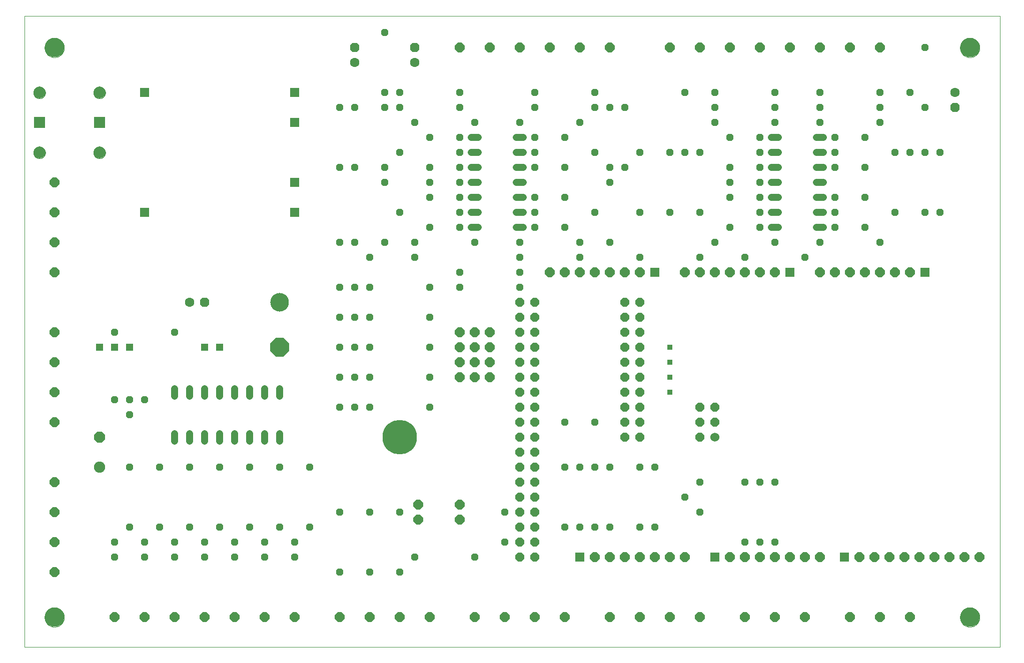
<source format=gbr>
G75*
%MOIN*%
%OFA0B0*%
%FSLAX25Y25*%
%IPPOS*%
%LPD*%
%AMOC8*
5,1,8,0,0,1.08239X$1,22.5*
%
%ADD10C,0.00000*%
%ADD11C,0.06000*%
%ADD12OC8,0.06000*%
%ADD13R,0.06496X0.06496*%
%ADD14OC8,0.06496*%
%ADD15C,0.12992*%
%ADD16C,0.04800*%
%ADD17OC8,0.06300*%
%ADD18C,0.06300*%
%ADD19OC8,0.04800*%
%ADD20R,0.05906X0.05906*%
%ADD21OC8,0.12400*%
%ADD22C,0.12400*%
%ADD23R,0.04724X0.04724*%
%ADD24C,0.07500*%
%ADD25OC8,0.07500*%
%ADD26C,0.07874*%
%ADD27R,0.07677X0.07677*%
%ADD28C,0.23000*%
%ADD29R,0.03543X0.03543*%
D10*
X0001000Y0001000D02*
X0001000Y0422201D01*
X0650921Y0422201D01*
X0650921Y0001000D01*
X0001000Y0001000D01*
X0014504Y0021000D02*
X0014506Y0021161D01*
X0014512Y0021321D01*
X0014522Y0021482D01*
X0014536Y0021642D01*
X0014554Y0021801D01*
X0014575Y0021961D01*
X0014601Y0022119D01*
X0014631Y0022277D01*
X0014664Y0022434D01*
X0014702Y0022591D01*
X0014743Y0022746D01*
X0014788Y0022900D01*
X0014837Y0023053D01*
X0014890Y0023205D01*
X0014946Y0023355D01*
X0015006Y0023504D01*
X0015070Y0023652D01*
X0015137Y0023798D01*
X0015208Y0023942D01*
X0015283Y0024084D01*
X0015361Y0024225D01*
X0015442Y0024363D01*
X0015527Y0024500D01*
X0015616Y0024634D01*
X0015707Y0024766D01*
X0015802Y0024896D01*
X0015900Y0025023D01*
X0016001Y0025148D01*
X0016105Y0025271D01*
X0016212Y0025390D01*
X0016322Y0025507D01*
X0016435Y0025622D01*
X0016551Y0025733D01*
X0016669Y0025842D01*
X0016790Y0025947D01*
X0016914Y0026050D01*
X0017040Y0026150D01*
X0017169Y0026246D01*
X0017300Y0026339D01*
X0017433Y0026429D01*
X0017568Y0026516D01*
X0017706Y0026599D01*
X0017845Y0026678D01*
X0017987Y0026755D01*
X0018130Y0026828D01*
X0018275Y0026897D01*
X0018422Y0026962D01*
X0018570Y0027024D01*
X0018720Y0027083D01*
X0018871Y0027137D01*
X0019023Y0027188D01*
X0019177Y0027235D01*
X0019332Y0027278D01*
X0019487Y0027317D01*
X0019644Y0027353D01*
X0019802Y0027385D01*
X0019960Y0027412D01*
X0020119Y0027436D01*
X0020278Y0027456D01*
X0020438Y0027472D01*
X0020599Y0027484D01*
X0020759Y0027492D01*
X0020920Y0027496D01*
X0021080Y0027496D01*
X0021241Y0027492D01*
X0021401Y0027484D01*
X0021562Y0027472D01*
X0021722Y0027456D01*
X0021881Y0027436D01*
X0022040Y0027412D01*
X0022198Y0027385D01*
X0022356Y0027353D01*
X0022513Y0027317D01*
X0022668Y0027278D01*
X0022823Y0027235D01*
X0022977Y0027188D01*
X0023129Y0027137D01*
X0023280Y0027083D01*
X0023430Y0027024D01*
X0023578Y0026962D01*
X0023725Y0026897D01*
X0023870Y0026828D01*
X0024013Y0026755D01*
X0024155Y0026678D01*
X0024294Y0026599D01*
X0024432Y0026516D01*
X0024567Y0026429D01*
X0024700Y0026339D01*
X0024831Y0026246D01*
X0024960Y0026150D01*
X0025086Y0026050D01*
X0025210Y0025947D01*
X0025331Y0025842D01*
X0025449Y0025733D01*
X0025565Y0025622D01*
X0025678Y0025507D01*
X0025788Y0025390D01*
X0025895Y0025271D01*
X0025999Y0025148D01*
X0026100Y0025023D01*
X0026198Y0024896D01*
X0026293Y0024766D01*
X0026384Y0024634D01*
X0026473Y0024500D01*
X0026558Y0024363D01*
X0026639Y0024225D01*
X0026717Y0024084D01*
X0026792Y0023942D01*
X0026863Y0023798D01*
X0026930Y0023652D01*
X0026994Y0023504D01*
X0027054Y0023355D01*
X0027110Y0023205D01*
X0027163Y0023053D01*
X0027212Y0022900D01*
X0027257Y0022746D01*
X0027298Y0022591D01*
X0027336Y0022434D01*
X0027369Y0022277D01*
X0027399Y0022119D01*
X0027425Y0021961D01*
X0027446Y0021801D01*
X0027464Y0021642D01*
X0027478Y0021482D01*
X0027488Y0021321D01*
X0027494Y0021161D01*
X0027496Y0021000D01*
X0027494Y0020839D01*
X0027488Y0020679D01*
X0027478Y0020518D01*
X0027464Y0020358D01*
X0027446Y0020199D01*
X0027425Y0020039D01*
X0027399Y0019881D01*
X0027369Y0019723D01*
X0027336Y0019566D01*
X0027298Y0019409D01*
X0027257Y0019254D01*
X0027212Y0019100D01*
X0027163Y0018947D01*
X0027110Y0018795D01*
X0027054Y0018645D01*
X0026994Y0018496D01*
X0026930Y0018348D01*
X0026863Y0018202D01*
X0026792Y0018058D01*
X0026717Y0017916D01*
X0026639Y0017775D01*
X0026558Y0017637D01*
X0026473Y0017500D01*
X0026384Y0017366D01*
X0026293Y0017234D01*
X0026198Y0017104D01*
X0026100Y0016977D01*
X0025999Y0016852D01*
X0025895Y0016729D01*
X0025788Y0016610D01*
X0025678Y0016493D01*
X0025565Y0016378D01*
X0025449Y0016267D01*
X0025331Y0016158D01*
X0025210Y0016053D01*
X0025086Y0015950D01*
X0024960Y0015850D01*
X0024831Y0015754D01*
X0024700Y0015661D01*
X0024567Y0015571D01*
X0024432Y0015484D01*
X0024294Y0015401D01*
X0024155Y0015322D01*
X0024013Y0015245D01*
X0023870Y0015172D01*
X0023725Y0015103D01*
X0023578Y0015038D01*
X0023430Y0014976D01*
X0023280Y0014917D01*
X0023129Y0014863D01*
X0022977Y0014812D01*
X0022823Y0014765D01*
X0022668Y0014722D01*
X0022513Y0014683D01*
X0022356Y0014647D01*
X0022198Y0014615D01*
X0022040Y0014588D01*
X0021881Y0014564D01*
X0021722Y0014544D01*
X0021562Y0014528D01*
X0021401Y0014516D01*
X0021241Y0014508D01*
X0021080Y0014504D01*
X0020920Y0014504D01*
X0020759Y0014508D01*
X0020599Y0014516D01*
X0020438Y0014528D01*
X0020278Y0014544D01*
X0020119Y0014564D01*
X0019960Y0014588D01*
X0019802Y0014615D01*
X0019644Y0014647D01*
X0019487Y0014683D01*
X0019332Y0014722D01*
X0019177Y0014765D01*
X0019023Y0014812D01*
X0018871Y0014863D01*
X0018720Y0014917D01*
X0018570Y0014976D01*
X0018422Y0015038D01*
X0018275Y0015103D01*
X0018130Y0015172D01*
X0017987Y0015245D01*
X0017845Y0015322D01*
X0017706Y0015401D01*
X0017568Y0015484D01*
X0017433Y0015571D01*
X0017300Y0015661D01*
X0017169Y0015754D01*
X0017040Y0015850D01*
X0016914Y0015950D01*
X0016790Y0016053D01*
X0016669Y0016158D01*
X0016551Y0016267D01*
X0016435Y0016378D01*
X0016322Y0016493D01*
X0016212Y0016610D01*
X0016105Y0016729D01*
X0016001Y0016852D01*
X0015900Y0016977D01*
X0015802Y0017104D01*
X0015707Y0017234D01*
X0015616Y0017366D01*
X0015527Y0017500D01*
X0015442Y0017637D01*
X0015361Y0017775D01*
X0015283Y0017916D01*
X0015208Y0018058D01*
X0015137Y0018202D01*
X0015070Y0018348D01*
X0015006Y0018496D01*
X0014946Y0018645D01*
X0014890Y0018795D01*
X0014837Y0018947D01*
X0014788Y0019100D01*
X0014743Y0019254D01*
X0014702Y0019409D01*
X0014664Y0019566D01*
X0014631Y0019723D01*
X0014601Y0019881D01*
X0014575Y0020039D01*
X0014554Y0020199D01*
X0014536Y0020358D01*
X0014522Y0020518D01*
X0014512Y0020679D01*
X0014506Y0020839D01*
X0014504Y0021000D01*
X0007063Y0331000D02*
X0007065Y0331125D01*
X0007071Y0331250D01*
X0007081Y0331374D01*
X0007095Y0331498D01*
X0007112Y0331622D01*
X0007134Y0331745D01*
X0007160Y0331867D01*
X0007189Y0331989D01*
X0007222Y0332109D01*
X0007260Y0332228D01*
X0007300Y0332347D01*
X0007345Y0332463D01*
X0007393Y0332578D01*
X0007445Y0332692D01*
X0007501Y0332804D01*
X0007560Y0332914D01*
X0007622Y0333022D01*
X0007688Y0333129D01*
X0007757Y0333233D01*
X0007830Y0333334D01*
X0007905Y0333434D01*
X0007984Y0333531D01*
X0008066Y0333625D01*
X0008151Y0333717D01*
X0008238Y0333806D01*
X0008329Y0333892D01*
X0008422Y0333975D01*
X0008518Y0334056D01*
X0008616Y0334133D01*
X0008716Y0334207D01*
X0008819Y0334278D01*
X0008924Y0334345D01*
X0009032Y0334410D01*
X0009141Y0334470D01*
X0009252Y0334528D01*
X0009365Y0334581D01*
X0009479Y0334631D01*
X0009595Y0334678D01*
X0009712Y0334720D01*
X0009831Y0334759D01*
X0009951Y0334795D01*
X0010072Y0334826D01*
X0010194Y0334854D01*
X0010316Y0334877D01*
X0010440Y0334897D01*
X0010564Y0334913D01*
X0010688Y0334925D01*
X0010813Y0334933D01*
X0010938Y0334937D01*
X0011062Y0334937D01*
X0011187Y0334933D01*
X0011312Y0334925D01*
X0011436Y0334913D01*
X0011560Y0334897D01*
X0011684Y0334877D01*
X0011806Y0334854D01*
X0011928Y0334826D01*
X0012049Y0334795D01*
X0012169Y0334759D01*
X0012288Y0334720D01*
X0012405Y0334678D01*
X0012521Y0334631D01*
X0012635Y0334581D01*
X0012748Y0334528D01*
X0012859Y0334470D01*
X0012969Y0334410D01*
X0013076Y0334345D01*
X0013181Y0334278D01*
X0013284Y0334207D01*
X0013384Y0334133D01*
X0013482Y0334056D01*
X0013578Y0333975D01*
X0013671Y0333892D01*
X0013762Y0333806D01*
X0013849Y0333717D01*
X0013934Y0333625D01*
X0014016Y0333531D01*
X0014095Y0333434D01*
X0014170Y0333334D01*
X0014243Y0333233D01*
X0014312Y0333129D01*
X0014378Y0333022D01*
X0014440Y0332914D01*
X0014499Y0332804D01*
X0014555Y0332692D01*
X0014607Y0332578D01*
X0014655Y0332463D01*
X0014700Y0332347D01*
X0014740Y0332228D01*
X0014778Y0332109D01*
X0014811Y0331989D01*
X0014840Y0331867D01*
X0014866Y0331745D01*
X0014888Y0331622D01*
X0014905Y0331498D01*
X0014919Y0331374D01*
X0014929Y0331250D01*
X0014935Y0331125D01*
X0014937Y0331000D01*
X0014935Y0330875D01*
X0014929Y0330750D01*
X0014919Y0330626D01*
X0014905Y0330502D01*
X0014888Y0330378D01*
X0014866Y0330255D01*
X0014840Y0330133D01*
X0014811Y0330011D01*
X0014778Y0329891D01*
X0014740Y0329772D01*
X0014700Y0329653D01*
X0014655Y0329537D01*
X0014607Y0329422D01*
X0014555Y0329308D01*
X0014499Y0329196D01*
X0014440Y0329086D01*
X0014378Y0328978D01*
X0014312Y0328871D01*
X0014243Y0328767D01*
X0014170Y0328666D01*
X0014095Y0328566D01*
X0014016Y0328469D01*
X0013934Y0328375D01*
X0013849Y0328283D01*
X0013762Y0328194D01*
X0013671Y0328108D01*
X0013578Y0328025D01*
X0013482Y0327944D01*
X0013384Y0327867D01*
X0013284Y0327793D01*
X0013181Y0327722D01*
X0013076Y0327655D01*
X0012968Y0327590D01*
X0012859Y0327530D01*
X0012748Y0327472D01*
X0012635Y0327419D01*
X0012521Y0327369D01*
X0012405Y0327322D01*
X0012288Y0327280D01*
X0012169Y0327241D01*
X0012049Y0327205D01*
X0011928Y0327174D01*
X0011806Y0327146D01*
X0011684Y0327123D01*
X0011560Y0327103D01*
X0011436Y0327087D01*
X0011312Y0327075D01*
X0011187Y0327067D01*
X0011062Y0327063D01*
X0010938Y0327063D01*
X0010813Y0327067D01*
X0010688Y0327075D01*
X0010564Y0327087D01*
X0010440Y0327103D01*
X0010316Y0327123D01*
X0010194Y0327146D01*
X0010072Y0327174D01*
X0009951Y0327205D01*
X0009831Y0327241D01*
X0009712Y0327280D01*
X0009595Y0327322D01*
X0009479Y0327369D01*
X0009365Y0327419D01*
X0009252Y0327472D01*
X0009141Y0327530D01*
X0009031Y0327590D01*
X0008924Y0327655D01*
X0008819Y0327722D01*
X0008716Y0327793D01*
X0008616Y0327867D01*
X0008518Y0327944D01*
X0008422Y0328025D01*
X0008329Y0328108D01*
X0008238Y0328194D01*
X0008151Y0328283D01*
X0008066Y0328375D01*
X0007984Y0328469D01*
X0007905Y0328566D01*
X0007830Y0328666D01*
X0007757Y0328767D01*
X0007688Y0328871D01*
X0007622Y0328978D01*
X0007560Y0329086D01*
X0007501Y0329196D01*
X0007445Y0329308D01*
X0007393Y0329422D01*
X0007345Y0329537D01*
X0007300Y0329653D01*
X0007260Y0329772D01*
X0007222Y0329891D01*
X0007189Y0330011D01*
X0007160Y0330133D01*
X0007134Y0330255D01*
X0007112Y0330378D01*
X0007095Y0330502D01*
X0007081Y0330626D01*
X0007071Y0330750D01*
X0007065Y0330875D01*
X0007063Y0331000D01*
X0047063Y0331000D02*
X0047065Y0331125D01*
X0047071Y0331250D01*
X0047081Y0331374D01*
X0047095Y0331498D01*
X0047112Y0331622D01*
X0047134Y0331745D01*
X0047160Y0331867D01*
X0047189Y0331989D01*
X0047222Y0332109D01*
X0047260Y0332228D01*
X0047300Y0332347D01*
X0047345Y0332463D01*
X0047393Y0332578D01*
X0047445Y0332692D01*
X0047501Y0332804D01*
X0047560Y0332914D01*
X0047622Y0333022D01*
X0047688Y0333129D01*
X0047757Y0333233D01*
X0047830Y0333334D01*
X0047905Y0333434D01*
X0047984Y0333531D01*
X0048066Y0333625D01*
X0048151Y0333717D01*
X0048238Y0333806D01*
X0048329Y0333892D01*
X0048422Y0333975D01*
X0048518Y0334056D01*
X0048616Y0334133D01*
X0048716Y0334207D01*
X0048819Y0334278D01*
X0048924Y0334345D01*
X0049032Y0334410D01*
X0049141Y0334470D01*
X0049252Y0334528D01*
X0049365Y0334581D01*
X0049479Y0334631D01*
X0049595Y0334678D01*
X0049712Y0334720D01*
X0049831Y0334759D01*
X0049951Y0334795D01*
X0050072Y0334826D01*
X0050194Y0334854D01*
X0050316Y0334877D01*
X0050440Y0334897D01*
X0050564Y0334913D01*
X0050688Y0334925D01*
X0050813Y0334933D01*
X0050938Y0334937D01*
X0051062Y0334937D01*
X0051187Y0334933D01*
X0051312Y0334925D01*
X0051436Y0334913D01*
X0051560Y0334897D01*
X0051684Y0334877D01*
X0051806Y0334854D01*
X0051928Y0334826D01*
X0052049Y0334795D01*
X0052169Y0334759D01*
X0052288Y0334720D01*
X0052405Y0334678D01*
X0052521Y0334631D01*
X0052635Y0334581D01*
X0052748Y0334528D01*
X0052859Y0334470D01*
X0052969Y0334410D01*
X0053076Y0334345D01*
X0053181Y0334278D01*
X0053284Y0334207D01*
X0053384Y0334133D01*
X0053482Y0334056D01*
X0053578Y0333975D01*
X0053671Y0333892D01*
X0053762Y0333806D01*
X0053849Y0333717D01*
X0053934Y0333625D01*
X0054016Y0333531D01*
X0054095Y0333434D01*
X0054170Y0333334D01*
X0054243Y0333233D01*
X0054312Y0333129D01*
X0054378Y0333022D01*
X0054440Y0332914D01*
X0054499Y0332804D01*
X0054555Y0332692D01*
X0054607Y0332578D01*
X0054655Y0332463D01*
X0054700Y0332347D01*
X0054740Y0332228D01*
X0054778Y0332109D01*
X0054811Y0331989D01*
X0054840Y0331867D01*
X0054866Y0331745D01*
X0054888Y0331622D01*
X0054905Y0331498D01*
X0054919Y0331374D01*
X0054929Y0331250D01*
X0054935Y0331125D01*
X0054937Y0331000D01*
X0054935Y0330875D01*
X0054929Y0330750D01*
X0054919Y0330626D01*
X0054905Y0330502D01*
X0054888Y0330378D01*
X0054866Y0330255D01*
X0054840Y0330133D01*
X0054811Y0330011D01*
X0054778Y0329891D01*
X0054740Y0329772D01*
X0054700Y0329653D01*
X0054655Y0329537D01*
X0054607Y0329422D01*
X0054555Y0329308D01*
X0054499Y0329196D01*
X0054440Y0329086D01*
X0054378Y0328978D01*
X0054312Y0328871D01*
X0054243Y0328767D01*
X0054170Y0328666D01*
X0054095Y0328566D01*
X0054016Y0328469D01*
X0053934Y0328375D01*
X0053849Y0328283D01*
X0053762Y0328194D01*
X0053671Y0328108D01*
X0053578Y0328025D01*
X0053482Y0327944D01*
X0053384Y0327867D01*
X0053284Y0327793D01*
X0053181Y0327722D01*
X0053076Y0327655D01*
X0052968Y0327590D01*
X0052859Y0327530D01*
X0052748Y0327472D01*
X0052635Y0327419D01*
X0052521Y0327369D01*
X0052405Y0327322D01*
X0052288Y0327280D01*
X0052169Y0327241D01*
X0052049Y0327205D01*
X0051928Y0327174D01*
X0051806Y0327146D01*
X0051684Y0327123D01*
X0051560Y0327103D01*
X0051436Y0327087D01*
X0051312Y0327075D01*
X0051187Y0327067D01*
X0051062Y0327063D01*
X0050938Y0327063D01*
X0050813Y0327067D01*
X0050688Y0327075D01*
X0050564Y0327087D01*
X0050440Y0327103D01*
X0050316Y0327123D01*
X0050194Y0327146D01*
X0050072Y0327174D01*
X0049951Y0327205D01*
X0049831Y0327241D01*
X0049712Y0327280D01*
X0049595Y0327322D01*
X0049479Y0327369D01*
X0049365Y0327419D01*
X0049252Y0327472D01*
X0049141Y0327530D01*
X0049031Y0327590D01*
X0048924Y0327655D01*
X0048819Y0327722D01*
X0048716Y0327793D01*
X0048616Y0327867D01*
X0048518Y0327944D01*
X0048422Y0328025D01*
X0048329Y0328108D01*
X0048238Y0328194D01*
X0048151Y0328283D01*
X0048066Y0328375D01*
X0047984Y0328469D01*
X0047905Y0328566D01*
X0047830Y0328666D01*
X0047757Y0328767D01*
X0047688Y0328871D01*
X0047622Y0328978D01*
X0047560Y0329086D01*
X0047501Y0329196D01*
X0047445Y0329308D01*
X0047393Y0329422D01*
X0047345Y0329537D01*
X0047300Y0329653D01*
X0047260Y0329772D01*
X0047222Y0329891D01*
X0047189Y0330011D01*
X0047160Y0330133D01*
X0047134Y0330255D01*
X0047112Y0330378D01*
X0047095Y0330502D01*
X0047081Y0330626D01*
X0047071Y0330750D01*
X0047065Y0330875D01*
X0047063Y0331000D01*
X0047063Y0371000D02*
X0047065Y0371125D01*
X0047071Y0371250D01*
X0047081Y0371374D01*
X0047095Y0371498D01*
X0047112Y0371622D01*
X0047134Y0371745D01*
X0047160Y0371867D01*
X0047189Y0371989D01*
X0047222Y0372109D01*
X0047260Y0372228D01*
X0047300Y0372347D01*
X0047345Y0372463D01*
X0047393Y0372578D01*
X0047445Y0372692D01*
X0047501Y0372804D01*
X0047560Y0372914D01*
X0047622Y0373022D01*
X0047688Y0373129D01*
X0047757Y0373233D01*
X0047830Y0373334D01*
X0047905Y0373434D01*
X0047984Y0373531D01*
X0048066Y0373625D01*
X0048151Y0373717D01*
X0048238Y0373806D01*
X0048329Y0373892D01*
X0048422Y0373975D01*
X0048518Y0374056D01*
X0048616Y0374133D01*
X0048716Y0374207D01*
X0048819Y0374278D01*
X0048924Y0374345D01*
X0049032Y0374410D01*
X0049141Y0374470D01*
X0049252Y0374528D01*
X0049365Y0374581D01*
X0049479Y0374631D01*
X0049595Y0374678D01*
X0049712Y0374720D01*
X0049831Y0374759D01*
X0049951Y0374795D01*
X0050072Y0374826D01*
X0050194Y0374854D01*
X0050316Y0374877D01*
X0050440Y0374897D01*
X0050564Y0374913D01*
X0050688Y0374925D01*
X0050813Y0374933D01*
X0050938Y0374937D01*
X0051062Y0374937D01*
X0051187Y0374933D01*
X0051312Y0374925D01*
X0051436Y0374913D01*
X0051560Y0374897D01*
X0051684Y0374877D01*
X0051806Y0374854D01*
X0051928Y0374826D01*
X0052049Y0374795D01*
X0052169Y0374759D01*
X0052288Y0374720D01*
X0052405Y0374678D01*
X0052521Y0374631D01*
X0052635Y0374581D01*
X0052748Y0374528D01*
X0052859Y0374470D01*
X0052969Y0374410D01*
X0053076Y0374345D01*
X0053181Y0374278D01*
X0053284Y0374207D01*
X0053384Y0374133D01*
X0053482Y0374056D01*
X0053578Y0373975D01*
X0053671Y0373892D01*
X0053762Y0373806D01*
X0053849Y0373717D01*
X0053934Y0373625D01*
X0054016Y0373531D01*
X0054095Y0373434D01*
X0054170Y0373334D01*
X0054243Y0373233D01*
X0054312Y0373129D01*
X0054378Y0373022D01*
X0054440Y0372914D01*
X0054499Y0372804D01*
X0054555Y0372692D01*
X0054607Y0372578D01*
X0054655Y0372463D01*
X0054700Y0372347D01*
X0054740Y0372228D01*
X0054778Y0372109D01*
X0054811Y0371989D01*
X0054840Y0371867D01*
X0054866Y0371745D01*
X0054888Y0371622D01*
X0054905Y0371498D01*
X0054919Y0371374D01*
X0054929Y0371250D01*
X0054935Y0371125D01*
X0054937Y0371000D01*
X0054935Y0370875D01*
X0054929Y0370750D01*
X0054919Y0370626D01*
X0054905Y0370502D01*
X0054888Y0370378D01*
X0054866Y0370255D01*
X0054840Y0370133D01*
X0054811Y0370011D01*
X0054778Y0369891D01*
X0054740Y0369772D01*
X0054700Y0369653D01*
X0054655Y0369537D01*
X0054607Y0369422D01*
X0054555Y0369308D01*
X0054499Y0369196D01*
X0054440Y0369086D01*
X0054378Y0368978D01*
X0054312Y0368871D01*
X0054243Y0368767D01*
X0054170Y0368666D01*
X0054095Y0368566D01*
X0054016Y0368469D01*
X0053934Y0368375D01*
X0053849Y0368283D01*
X0053762Y0368194D01*
X0053671Y0368108D01*
X0053578Y0368025D01*
X0053482Y0367944D01*
X0053384Y0367867D01*
X0053284Y0367793D01*
X0053181Y0367722D01*
X0053076Y0367655D01*
X0052968Y0367590D01*
X0052859Y0367530D01*
X0052748Y0367472D01*
X0052635Y0367419D01*
X0052521Y0367369D01*
X0052405Y0367322D01*
X0052288Y0367280D01*
X0052169Y0367241D01*
X0052049Y0367205D01*
X0051928Y0367174D01*
X0051806Y0367146D01*
X0051684Y0367123D01*
X0051560Y0367103D01*
X0051436Y0367087D01*
X0051312Y0367075D01*
X0051187Y0367067D01*
X0051062Y0367063D01*
X0050938Y0367063D01*
X0050813Y0367067D01*
X0050688Y0367075D01*
X0050564Y0367087D01*
X0050440Y0367103D01*
X0050316Y0367123D01*
X0050194Y0367146D01*
X0050072Y0367174D01*
X0049951Y0367205D01*
X0049831Y0367241D01*
X0049712Y0367280D01*
X0049595Y0367322D01*
X0049479Y0367369D01*
X0049365Y0367419D01*
X0049252Y0367472D01*
X0049141Y0367530D01*
X0049031Y0367590D01*
X0048924Y0367655D01*
X0048819Y0367722D01*
X0048716Y0367793D01*
X0048616Y0367867D01*
X0048518Y0367944D01*
X0048422Y0368025D01*
X0048329Y0368108D01*
X0048238Y0368194D01*
X0048151Y0368283D01*
X0048066Y0368375D01*
X0047984Y0368469D01*
X0047905Y0368566D01*
X0047830Y0368666D01*
X0047757Y0368767D01*
X0047688Y0368871D01*
X0047622Y0368978D01*
X0047560Y0369086D01*
X0047501Y0369196D01*
X0047445Y0369308D01*
X0047393Y0369422D01*
X0047345Y0369537D01*
X0047300Y0369653D01*
X0047260Y0369772D01*
X0047222Y0369891D01*
X0047189Y0370011D01*
X0047160Y0370133D01*
X0047134Y0370255D01*
X0047112Y0370378D01*
X0047095Y0370502D01*
X0047081Y0370626D01*
X0047071Y0370750D01*
X0047065Y0370875D01*
X0047063Y0371000D01*
X0007063Y0371000D02*
X0007065Y0371125D01*
X0007071Y0371250D01*
X0007081Y0371374D01*
X0007095Y0371498D01*
X0007112Y0371622D01*
X0007134Y0371745D01*
X0007160Y0371867D01*
X0007189Y0371989D01*
X0007222Y0372109D01*
X0007260Y0372228D01*
X0007300Y0372347D01*
X0007345Y0372463D01*
X0007393Y0372578D01*
X0007445Y0372692D01*
X0007501Y0372804D01*
X0007560Y0372914D01*
X0007622Y0373022D01*
X0007688Y0373129D01*
X0007757Y0373233D01*
X0007830Y0373334D01*
X0007905Y0373434D01*
X0007984Y0373531D01*
X0008066Y0373625D01*
X0008151Y0373717D01*
X0008238Y0373806D01*
X0008329Y0373892D01*
X0008422Y0373975D01*
X0008518Y0374056D01*
X0008616Y0374133D01*
X0008716Y0374207D01*
X0008819Y0374278D01*
X0008924Y0374345D01*
X0009032Y0374410D01*
X0009141Y0374470D01*
X0009252Y0374528D01*
X0009365Y0374581D01*
X0009479Y0374631D01*
X0009595Y0374678D01*
X0009712Y0374720D01*
X0009831Y0374759D01*
X0009951Y0374795D01*
X0010072Y0374826D01*
X0010194Y0374854D01*
X0010316Y0374877D01*
X0010440Y0374897D01*
X0010564Y0374913D01*
X0010688Y0374925D01*
X0010813Y0374933D01*
X0010938Y0374937D01*
X0011062Y0374937D01*
X0011187Y0374933D01*
X0011312Y0374925D01*
X0011436Y0374913D01*
X0011560Y0374897D01*
X0011684Y0374877D01*
X0011806Y0374854D01*
X0011928Y0374826D01*
X0012049Y0374795D01*
X0012169Y0374759D01*
X0012288Y0374720D01*
X0012405Y0374678D01*
X0012521Y0374631D01*
X0012635Y0374581D01*
X0012748Y0374528D01*
X0012859Y0374470D01*
X0012969Y0374410D01*
X0013076Y0374345D01*
X0013181Y0374278D01*
X0013284Y0374207D01*
X0013384Y0374133D01*
X0013482Y0374056D01*
X0013578Y0373975D01*
X0013671Y0373892D01*
X0013762Y0373806D01*
X0013849Y0373717D01*
X0013934Y0373625D01*
X0014016Y0373531D01*
X0014095Y0373434D01*
X0014170Y0373334D01*
X0014243Y0373233D01*
X0014312Y0373129D01*
X0014378Y0373022D01*
X0014440Y0372914D01*
X0014499Y0372804D01*
X0014555Y0372692D01*
X0014607Y0372578D01*
X0014655Y0372463D01*
X0014700Y0372347D01*
X0014740Y0372228D01*
X0014778Y0372109D01*
X0014811Y0371989D01*
X0014840Y0371867D01*
X0014866Y0371745D01*
X0014888Y0371622D01*
X0014905Y0371498D01*
X0014919Y0371374D01*
X0014929Y0371250D01*
X0014935Y0371125D01*
X0014937Y0371000D01*
X0014935Y0370875D01*
X0014929Y0370750D01*
X0014919Y0370626D01*
X0014905Y0370502D01*
X0014888Y0370378D01*
X0014866Y0370255D01*
X0014840Y0370133D01*
X0014811Y0370011D01*
X0014778Y0369891D01*
X0014740Y0369772D01*
X0014700Y0369653D01*
X0014655Y0369537D01*
X0014607Y0369422D01*
X0014555Y0369308D01*
X0014499Y0369196D01*
X0014440Y0369086D01*
X0014378Y0368978D01*
X0014312Y0368871D01*
X0014243Y0368767D01*
X0014170Y0368666D01*
X0014095Y0368566D01*
X0014016Y0368469D01*
X0013934Y0368375D01*
X0013849Y0368283D01*
X0013762Y0368194D01*
X0013671Y0368108D01*
X0013578Y0368025D01*
X0013482Y0367944D01*
X0013384Y0367867D01*
X0013284Y0367793D01*
X0013181Y0367722D01*
X0013076Y0367655D01*
X0012968Y0367590D01*
X0012859Y0367530D01*
X0012748Y0367472D01*
X0012635Y0367419D01*
X0012521Y0367369D01*
X0012405Y0367322D01*
X0012288Y0367280D01*
X0012169Y0367241D01*
X0012049Y0367205D01*
X0011928Y0367174D01*
X0011806Y0367146D01*
X0011684Y0367123D01*
X0011560Y0367103D01*
X0011436Y0367087D01*
X0011312Y0367075D01*
X0011187Y0367067D01*
X0011062Y0367063D01*
X0010938Y0367063D01*
X0010813Y0367067D01*
X0010688Y0367075D01*
X0010564Y0367087D01*
X0010440Y0367103D01*
X0010316Y0367123D01*
X0010194Y0367146D01*
X0010072Y0367174D01*
X0009951Y0367205D01*
X0009831Y0367241D01*
X0009712Y0367280D01*
X0009595Y0367322D01*
X0009479Y0367369D01*
X0009365Y0367419D01*
X0009252Y0367472D01*
X0009141Y0367530D01*
X0009031Y0367590D01*
X0008924Y0367655D01*
X0008819Y0367722D01*
X0008716Y0367793D01*
X0008616Y0367867D01*
X0008518Y0367944D01*
X0008422Y0368025D01*
X0008329Y0368108D01*
X0008238Y0368194D01*
X0008151Y0368283D01*
X0008066Y0368375D01*
X0007984Y0368469D01*
X0007905Y0368566D01*
X0007830Y0368666D01*
X0007757Y0368767D01*
X0007688Y0368871D01*
X0007622Y0368978D01*
X0007560Y0369086D01*
X0007501Y0369196D01*
X0007445Y0369308D01*
X0007393Y0369422D01*
X0007345Y0369537D01*
X0007300Y0369653D01*
X0007260Y0369772D01*
X0007222Y0369891D01*
X0007189Y0370011D01*
X0007160Y0370133D01*
X0007134Y0370255D01*
X0007112Y0370378D01*
X0007095Y0370502D01*
X0007081Y0370626D01*
X0007071Y0370750D01*
X0007065Y0370875D01*
X0007063Y0371000D01*
X0014504Y0401000D02*
X0014506Y0401161D01*
X0014512Y0401321D01*
X0014522Y0401482D01*
X0014536Y0401642D01*
X0014554Y0401801D01*
X0014575Y0401961D01*
X0014601Y0402119D01*
X0014631Y0402277D01*
X0014664Y0402434D01*
X0014702Y0402591D01*
X0014743Y0402746D01*
X0014788Y0402900D01*
X0014837Y0403053D01*
X0014890Y0403205D01*
X0014946Y0403355D01*
X0015006Y0403504D01*
X0015070Y0403652D01*
X0015137Y0403798D01*
X0015208Y0403942D01*
X0015283Y0404084D01*
X0015361Y0404225D01*
X0015442Y0404363D01*
X0015527Y0404500D01*
X0015616Y0404634D01*
X0015707Y0404766D01*
X0015802Y0404896D01*
X0015900Y0405023D01*
X0016001Y0405148D01*
X0016105Y0405271D01*
X0016212Y0405390D01*
X0016322Y0405507D01*
X0016435Y0405622D01*
X0016551Y0405733D01*
X0016669Y0405842D01*
X0016790Y0405947D01*
X0016914Y0406050D01*
X0017040Y0406150D01*
X0017169Y0406246D01*
X0017300Y0406339D01*
X0017433Y0406429D01*
X0017568Y0406516D01*
X0017706Y0406599D01*
X0017845Y0406678D01*
X0017987Y0406755D01*
X0018130Y0406828D01*
X0018275Y0406897D01*
X0018422Y0406962D01*
X0018570Y0407024D01*
X0018720Y0407083D01*
X0018871Y0407137D01*
X0019023Y0407188D01*
X0019177Y0407235D01*
X0019332Y0407278D01*
X0019487Y0407317D01*
X0019644Y0407353D01*
X0019802Y0407385D01*
X0019960Y0407412D01*
X0020119Y0407436D01*
X0020278Y0407456D01*
X0020438Y0407472D01*
X0020599Y0407484D01*
X0020759Y0407492D01*
X0020920Y0407496D01*
X0021080Y0407496D01*
X0021241Y0407492D01*
X0021401Y0407484D01*
X0021562Y0407472D01*
X0021722Y0407456D01*
X0021881Y0407436D01*
X0022040Y0407412D01*
X0022198Y0407385D01*
X0022356Y0407353D01*
X0022513Y0407317D01*
X0022668Y0407278D01*
X0022823Y0407235D01*
X0022977Y0407188D01*
X0023129Y0407137D01*
X0023280Y0407083D01*
X0023430Y0407024D01*
X0023578Y0406962D01*
X0023725Y0406897D01*
X0023870Y0406828D01*
X0024013Y0406755D01*
X0024155Y0406678D01*
X0024294Y0406599D01*
X0024432Y0406516D01*
X0024567Y0406429D01*
X0024700Y0406339D01*
X0024831Y0406246D01*
X0024960Y0406150D01*
X0025086Y0406050D01*
X0025210Y0405947D01*
X0025331Y0405842D01*
X0025449Y0405733D01*
X0025565Y0405622D01*
X0025678Y0405507D01*
X0025788Y0405390D01*
X0025895Y0405271D01*
X0025999Y0405148D01*
X0026100Y0405023D01*
X0026198Y0404896D01*
X0026293Y0404766D01*
X0026384Y0404634D01*
X0026473Y0404500D01*
X0026558Y0404363D01*
X0026639Y0404225D01*
X0026717Y0404084D01*
X0026792Y0403942D01*
X0026863Y0403798D01*
X0026930Y0403652D01*
X0026994Y0403504D01*
X0027054Y0403355D01*
X0027110Y0403205D01*
X0027163Y0403053D01*
X0027212Y0402900D01*
X0027257Y0402746D01*
X0027298Y0402591D01*
X0027336Y0402434D01*
X0027369Y0402277D01*
X0027399Y0402119D01*
X0027425Y0401961D01*
X0027446Y0401801D01*
X0027464Y0401642D01*
X0027478Y0401482D01*
X0027488Y0401321D01*
X0027494Y0401161D01*
X0027496Y0401000D01*
X0027494Y0400839D01*
X0027488Y0400679D01*
X0027478Y0400518D01*
X0027464Y0400358D01*
X0027446Y0400199D01*
X0027425Y0400039D01*
X0027399Y0399881D01*
X0027369Y0399723D01*
X0027336Y0399566D01*
X0027298Y0399409D01*
X0027257Y0399254D01*
X0027212Y0399100D01*
X0027163Y0398947D01*
X0027110Y0398795D01*
X0027054Y0398645D01*
X0026994Y0398496D01*
X0026930Y0398348D01*
X0026863Y0398202D01*
X0026792Y0398058D01*
X0026717Y0397916D01*
X0026639Y0397775D01*
X0026558Y0397637D01*
X0026473Y0397500D01*
X0026384Y0397366D01*
X0026293Y0397234D01*
X0026198Y0397104D01*
X0026100Y0396977D01*
X0025999Y0396852D01*
X0025895Y0396729D01*
X0025788Y0396610D01*
X0025678Y0396493D01*
X0025565Y0396378D01*
X0025449Y0396267D01*
X0025331Y0396158D01*
X0025210Y0396053D01*
X0025086Y0395950D01*
X0024960Y0395850D01*
X0024831Y0395754D01*
X0024700Y0395661D01*
X0024567Y0395571D01*
X0024432Y0395484D01*
X0024294Y0395401D01*
X0024155Y0395322D01*
X0024013Y0395245D01*
X0023870Y0395172D01*
X0023725Y0395103D01*
X0023578Y0395038D01*
X0023430Y0394976D01*
X0023280Y0394917D01*
X0023129Y0394863D01*
X0022977Y0394812D01*
X0022823Y0394765D01*
X0022668Y0394722D01*
X0022513Y0394683D01*
X0022356Y0394647D01*
X0022198Y0394615D01*
X0022040Y0394588D01*
X0021881Y0394564D01*
X0021722Y0394544D01*
X0021562Y0394528D01*
X0021401Y0394516D01*
X0021241Y0394508D01*
X0021080Y0394504D01*
X0020920Y0394504D01*
X0020759Y0394508D01*
X0020599Y0394516D01*
X0020438Y0394528D01*
X0020278Y0394544D01*
X0020119Y0394564D01*
X0019960Y0394588D01*
X0019802Y0394615D01*
X0019644Y0394647D01*
X0019487Y0394683D01*
X0019332Y0394722D01*
X0019177Y0394765D01*
X0019023Y0394812D01*
X0018871Y0394863D01*
X0018720Y0394917D01*
X0018570Y0394976D01*
X0018422Y0395038D01*
X0018275Y0395103D01*
X0018130Y0395172D01*
X0017987Y0395245D01*
X0017845Y0395322D01*
X0017706Y0395401D01*
X0017568Y0395484D01*
X0017433Y0395571D01*
X0017300Y0395661D01*
X0017169Y0395754D01*
X0017040Y0395850D01*
X0016914Y0395950D01*
X0016790Y0396053D01*
X0016669Y0396158D01*
X0016551Y0396267D01*
X0016435Y0396378D01*
X0016322Y0396493D01*
X0016212Y0396610D01*
X0016105Y0396729D01*
X0016001Y0396852D01*
X0015900Y0396977D01*
X0015802Y0397104D01*
X0015707Y0397234D01*
X0015616Y0397366D01*
X0015527Y0397500D01*
X0015442Y0397637D01*
X0015361Y0397775D01*
X0015283Y0397916D01*
X0015208Y0398058D01*
X0015137Y0398202D01*
X0015070Y0398348D01*
X0015006Y0398496D01*
X0014946Y0398645D01*
X0014890Y0398795D01*
X0014837Y0398947D01*
X0014788Y0399100D01*
X0014743Y0399254D01*
X0014702Y0399409D01*
X0014664Y0399566D01*
X0014631Y0399723D01*
X0014601Y0399881D01*
X0014575Y0400039D01*
X0014554Y0400199D01*
X0014536Y0400358D01*
X0014522Y0400518D01*
X0014512Y0400679D01*
X0014506Y0400839D01*
X0014504Y0401000D01*
X0624504Y0401000D02*
X0624506Y0401161D01*
X0624512Y0401321D01*
X0624522Y0401482D01*
X0624536Y0401642D01*
X0624554Y0401801D01*
X0624575Y0401961D01*
X0624601Y0402119D01*
X0624631Y0402277D01*
X0624664Y0402434D01*
X0624702Y0402591D01*
X0624743Y0402746D01*
X0624788Y0402900D01*
X0624837Y0403053D01*
X0624890Y0403205D01*
X0624946Y0403355D01*
X0625006Y0403504D01*
X0625070Y0403652D01*
X0625137Y0403798D01*
X0625208Y0403942D01*
X0625283Y0404084D01*
X0625361Y0404225D01*
X0625442Y0404363D01*
X0625527Y0404500D01*
X0625616Y0404634D01*
X0625707Y0404766D01*
X0625802Y0404896D01*
X0625900Y0405023D01*
X0626001Y0405148D01*
X0626105Y0405271D01*
X0626212Y0405390D01*
X0626322Y0405507D01*
X0626435Y0405622D01*
X0626551Y0405733D01*
X0626669Y0405842D01*
X0626790Y0405947D01*
X0626914Y0406050D01*
X0627040Y0406150D01*
X0627169Y0406246D01*
X0627300Y0406339D01*
X0627433Y0406429D01*
X0627568Y0406516D01*
X0627706Y0406599D01*
X0627845Y0406678D01*
X0627987Y0406755D01*
X0628130Y0406828D01*
X0628275Y0406897D01*
X0628422Y0406962D01*
X0628570Y0407024D01*
X0628720Y0407083D01*
X0628871Y0407137D01*
X0629023Y0407188D01*
X0629177Y0407235D01*
X0629332Y0407278D01*
X0629487Y0407317D01*
X0629644Y0407353D01*
X0629802Y0407385D01*
X0629960Y0407412D01*
X0630119Y0407436D01*
X0630278Y0407456D01*
X0630438Y0407472D01*
X0630599Y0407484D01*
X0630759Y0407492D01*
X0630920Y0407496D01*
X0631080Y0407496D01*
X0631241Y0407492D01*
X0631401Y0407484D01*
X0631562Y0407472D01*
X0631722Y0407456D01*
X0631881Y0407436D01*
X0632040Y0407412D01*
X0632198Y0407385D01*
X0632356Y0407353D01*
X0632513Y0407317D01*
X0632668Y0407278D01*
X0632823Y0407235D01*
X0632977Y0407188D01*
X0633129Y0407137D01*
X0633280Y0407083D01*
X0633430Y0407024D01*
X0633578Y0406962D01*
X0633725Y0406897D01*
X0633870Y0406828D01*
X0634013Y0406755D01*
X0634155Y0406678D01*
X0634294Y0406599D01*
X0634432Y0406516D01*
X0634567Y0406429D01*
X0634700Y0406339D01*
X0634831Y0406246D01*
X0634960Y0406150D01*
X0635086Y0406050D01*
X0635210Y0405947D01*
X0635331Y0405842D01*
X0635449Y0405733D01*
X0635565Y0405622D01*
X0635678Y0405507D01*
X0635788Y0405390D01*
X0635895Y0405271D01*
X0635999Y0405148D01*
X0636100Y0405023D01*
X0636198Y0404896D01*
X0636293Y0404766D01*
X0636384Y0404634D01*
X0636473Y0404500D01*
X0636558Y0404363D01*
X0636639Y0404225D01*
X0636717Y0404084D01*
X0636792Y0403942D01*
X0636863Y0403798D01*
X0636930Y0403652D01*
X0636994Y0403504D01*
X0637054Y0403355D01*
X0637110Y0403205D01*
X0637163Y0403053D01*
X0637212Y0402900D01*
X0637257Y0402746D01*
X0637298Y0402591D01*
X0637336Y0402434D01*
X0637369Y0402277D01*
X0637399Y0402119D01*
X0637425Y0401961D01*
X0637446Y0401801D01*
X0637464Y0401642D01*
X0637478Y0401482D01*
X0637488Y0401321D01*
X0637494Y0401161D01*
X0637496Y0401000D01*
X0637494Y0400839D01*
X0637488Y0400679D01*
X0637478Y0400518D01*
X0637464Y0400358D01*
X0637446Y0400199D01*
X0637425Y0400039D01*
X0637399Y0399881D01*
X0637369Y0399723D01*
X0637336Y0399566D01*
X0637298Y0399409D01*
X0637257Y0399254D01*
X0637212Y0399100D01*
X0637163Y0398947D01*
X0637110Y0398795D01*
X0637054Y0398645D01*
X0636994Y0398496D01*
X0636930Y0398348D01*
X0636863Y0398202D01*
X0636792Y0398058D01*
X0636717Y0397916D01*
X0636639Y0397775D01*
X0636558Y0397637D01*
X0636473Y0397500D01*
X0636384Y0397366D01*
X0636293Y0397234D01*
X0636198Y0397104D01*
X0636100Y0396977D01*
X0635999Y0396852D01*
X0635895Y0396729D01*
X0635788Y0396610D01*
X0635678Y0396493D01*
X0635565Y0396378D01*
X0635449Y0396267D01*
X0635331Y0396158D01*
X0635210Y0396053D01*
X0635086Y0395950D01*
X0634960Y0395850D01*
X0634831Y0395754D01*
X0634700Y0395661D01*
X0634567Y0395571D01*
X0634432Y0395484D01*
X0634294Y0395401D01*
X0634155Y0395322D01*
X0634013Y0395245D01*
X0633870Y0395172D01*
X0633725Y0395103D01*
X0633578Y0395038D01*
X0633430Y0394976D01*
X0633280Y0394917D01*
X0633129Y0394863D01*
X0632977Y0394812D01*
X0632823Y0394765D01*
X0632668Y0394722D01*
X0632513Y0394683D01*
X0632356Y0394647D01*
X0632198Y0394615D01*
X0632040Y0394588D01*
X0631881Y0394564D01*
X0631722Y0394544D01*
X0631562Y0394528D01*
X0631401Y0394516D01*
X0631241Y0394508D01*
X0631080Y0394504D01*
X0630920Y0394504D01*
X0630759Y0394508D01*
X0630599Y0394516D01*
X0630438Y0394528D01*
X0630278Y0394544D01*
X0630119Y0394564D01*
X0629960Y0394588D01*
X0629802Y0394615D01*
X0629644Y0394647D01*
X0629487Y0394683D01*
X0629332Y0394722D01*
X0629177Y0394765D01*
X0629023Y0394812D01*
X0628871Y0394863D01*
X0628720Y0394917D01*
X0628570Y0394976D01*
X0628422Y0395038D01*
X0628275Y0395103D01*
X0628130Y0395172D01*
X0627987Y0395245D01*
X0627845Y0395322D01*
X0627706Y0395401D01*
X0627568Y0395484D01*
X0627433Y0395571D01*
X0627300Y0395661D01*
X0627169Y0395754D01*
X0627040Y0395850D01*
X0626914Y0395950D01*
X0626790Y0396053D01*
X0626669Y0396158D01*
X0626551Y0396267D01*
X0626435Y0396378D01*
X0626322Y0396493D01*
X0626212Y0396610D01*
X0626105Y0396729D01*
X0626001Y0396852D01*
X0625900Y0396977D01*
X0625802Y0397104D01*
X0625707Y0397234D01*
X0625616Y0397366D01*
X0625527Y0397500D01*
X0625442Y0397637D01*
X0625361Y0397775D01*
X0625283Y0397916D01*
X0625208Y0398058D01*
X0625137Y0398202D01*
X0625070Y0398348D01*
X0625006Y0398496D01*
X0624946Y0398645D01*
X0624890Y0398795D01*
X0624837Y0398947D01*
X0624788Y0399100D01*
X0624743Y0399254D01*
X0624702Y0399409D01*
X0624664Y0399566D01*
X0624631Y0399723D01*
X0624601Y0399881D01*
X0624575Y0400039D01*
X0624554Y0400199D01*
X0624536Y0400358D01*
X0624522Y0400518D01*
X0624512Y0400679D01*
X0624506Y0400839D01*
X0624504Y0401000D01*
X0624504Y0021000D02*
X0624506Y0021161D01*
X0624512Y0021321D01*
X0624522Y0021482D01*
X0624536Y0021642D01*
X0624554Y0021801D01*
X0624575Y0021961D01*
X0624601Y0022119D01*
X0624631Y0022277D01*
X0624664Y0022434D01*
X0624702Y0022591D01*
X0624743Y0022746D01*
X0624788Y0022900D01*
X0624837Y0023053D01*
X0624890Y0023205D01*
X0624946Y0023355D01*
X0625006Y0023504D01*
X0625070Y0023652D01*
X0625137Y0023798D01*
X0625208Y0023942D01*
X0625283Y0024084D01*
X0625361Y0024225D01*
X0625442Y0024363D01*
X0625527Y0024500D01*
X0625616Y0024634D01*
X0625707Y0024766D01*
X0625802Y0024896D01*
X0625900Y0025023D01*
X0626001Y0025148D01*
X0626105Y0025271D01*
X0626212Y0025390D01*
X0626322Y0025507D01*
X0626435Y0025622D01*
X0626551Y0025733D01*
X0626669Y0025842D01*
X0626790Y0025947D01*
X0626914Y0026050D01*
X0627040Y0026150D01*
X0627169Y0026246D01*
X0627300Y0026339D01*
X0627433Y0026429D01*
X0627568Y0026516D01*
X0627706Y0026599D01*
X0627845Y0026678D01*
X0627987Y0026755D01*
X0628130Y0026828D01*
X0628275Y0026897D01*
X0628422Y0026962D01*
X0628570Y0027024D01*
X0628720Y0027083D01*
X0628871Y0027137D01*
X0629023Y0027188D01*
X0629177Y0027235D01*
X0629332Y0027278D01*
X0629487Y0027317D01*
X0629644Y0027353D01*
X0629802Y0027385D01*
X0629960Y0027412D01*
X0630119Y0027436D01*
X0630278Y0027456D01*
X0630438Y0027472D01*
X0630599Y0027484D01*
X0630759Y0027492D01*
X0630920Y0027496D01*
X0631080Y0027496D01*
X0631241Y0027492D01*
X0631401Y0027484D01*
X0631562Y0027472D01*
X0631722Y0027456D01*
X0631881Y0027436D01*
X0632040Y0027412D01*
X0632198Y0027385D01*
X0632356Y0027353D01*
X0632513Y0027317D01*
X0632668Y0027278D01*
X0632823Y0027235D01*
X0632977Y0027188D01*
X0633129Y0027137D01*
X0633280Y0027083D01*
X0633430Y0027024D01*
X0633578Y0026962D01*
X0633725Y0026897D01*
X0633870Y0026828D01*
X0634013Y0026755D01*
X0634155Y0026678D01*
X0634294Y0026599D01*
X0634432Y0026516D01*
X0634567Y0026429D01*
X0634700Y0026339D01*
X0634831Y0026246D01*
X0634960Y0026150D01*
X0635086Y0026050D01*
X0635210Y0025947D01*
X0635331Y0025842D01*
X0635449Y0025733D01*
X0635565Y0025622D01*
X0635678Y0025507D01*
X0635788Y0025390D01*
X0635895Y0025271D01*
X0635999Y0025148D01*
X0636100Y0025023D01*
X0636198Y0024896D01*
X0636293Y0024766D01*
X0636384Y0024634D01*
X0636473Y0024500D01*
X0636558Y0024363D01*
X0636639Y0024225D01*
X0636717Y0024084D01*
X0636792Y0023942D01*
X0636863Y0023798D01*
X0636930Y0023652D01*
X0636994Y0023504D01*
X0637054Y0023355D01*
X0637110Y0023205D01*
X0637163Y0023053D01*
X0637212Y0022900D01*
X0637257Y0022746D01*
X0637298Y0022591D01*
X0637336Y0022434D01*
X0637369Y0022277D01*
X0637399Y0022119D01*
X0637425Y0021961D01*
X0637446Y0021801D01*
X0637464Y0021642D01*
X0637478Y0021482D01*
X0637488Y0021321D01*
X0637494Y0021161D01*
X0637496Y0021000D01*
X0637494Y0020839D01*
X0637488Y0020679D01*
X0637478Y0020518D01*
X0637464Y0020358D01*
X0637446Y0020199D01*
X0637425Y0020039D01*
X0637399Y0019881D01*
X0637369Y0019723D01*
X0637336Y0019566D01*
X0637298Y0019409D01*
X0637257Y0019254D01*
X0637212Y0019100D01*
X0637163Y0018947D01*
X0637110Y0018795D01*
X0637054Y0018645D01*
X0636994Y0018496D01*
X0636930Y0018348D01*
X0636863Y0018202D01*
X0636792Y0018058D01*
X0636717Y0017916D01*
X0636639Y0017775D01*
X0636558Y0017637D01*
X0636473Y0017500D01*
X0636384Y0017366D01*
X0636293Y0017234D01*
X0636198Y0017104D01*
X0636100Y0016977D01*
X0635999Y0016852D01*
X0635895Y0016729D01*
X0635788Y0016610D01*
X0635678Y0016493D01*
X0635565Y0016378D01*
X0635449Y0016267D01*
X0635331Y0016158D01*
X0635210Y0016053D01*
X0635086Y0015950D01*
X0634960Y0015850D01*
X0634831Y0015754D01*
X0634700Y0015661D01*
X0634567Y0015571D01*
X0634432Y0015484D01*
X0634294Y0015401D01*
X0634155Y0015322D01*
X0634013Y0015245D01*
X0633870Y0015172D01*
X0633725Y0015103D01*
X0633578Y0015038D01*
X0633430Y0014976D01*
X0633280Y0014917D01*
X0633129Y0014863D01*
X0632977Y0014812D01*
X0632823Y0014765D01*
X0632668Y0014722D01*
X0632513Y0014683D01*
X0632356Y0014647D01*
X0632198Y0014615D01*
X0632040Y0014588D01*
X0631881Y0014564D01*
X0631722Y0014544D01*
X0631562Y0014528D01*
X0631401Y0014516D01*
X0631241Y0014508D01*
X0631080Y0014504D01*
X0630920Y0014504D01*
X0630759Y0014508D01*
X0630599Y0014516D01*
X0630438Y0014528D01*
X0630278Y0014544D01*
X0630119Y0014564D01*
X0629960Y0014588D01*
X0629802Y0014615D01*
X0629644Y0014647D01*
X0629487Y0014683D01*
X0629332Y0014722D01*
X0629177Y0014765D01*
X0629023Y0014812D01*
X0628871Y0014863D01*
X0628720Y0014917D01*
X0628570Y0014976D01*
X0628422Y0015038D01*
X0628275Y0015103D01*
X0628130Y0015172D01*
X0627987Y0015245D01*
X0627845Y0015322D01*
X0627706Y0015401D01*
X0627568Y0015484D01*
X0627433Y0015571D01*
X0627300Y0015661D01*
X0627169Y0015754D01*
X0627040Y0015850D01*
X0626914Y0015950D01*
X0626790Y0016053D01*
X0626669Y0016158D01*
X0626551Y0016267D01*
X0626435Y0016378D01*
X0626322Y0016493D01*
X0626212Y0016610D01*
X0626105Y0016729D01*
X0626001Y0016852D01*
X0625900Y0016977D01*
X0625802Y0017104D01*
X0625707Y0017234D01*
X0625616Y0017366D01*
X0625527Y0017500D01*
X0625442Y0017637D01*
X0625361Y0017775D01*
X0625283Y0017916D01*
X0625208Y0018058D01*
X0625137Y0018202D01*
X0625070Y0018348D01*
X0625006Y0018496D01*
X0624946Y0018645D01*
X0624890Y0018795D01*
X0624837Y0018947D01*
X0624788Y0019100D01*
X0624743Y0019254D01*
X0624702Y0019409D01*
X0624664Y0019566D01*
X0624631Y0019723D01*
X0624601Y0019881D01*
X0624575Y0020039D01*
X0624554Y0020199D01*
X0624536Y0020358D01*
X0624522Y0020518D01*
X0624512Y0020679D01*
X0624506Y0020839D01*
X0624504Y0021000D01*
D11*
X0461000Y0141000D03*
D12*
X0451000Y0141000D03*
X0451000Y0151000D03*
X0461000Y0151000D03*
X0461000Y0161000D03*
X0451000Y0161000D03*
X0411000Y0161000D03*
X0411000Y0151000D03*
X0411000Y0141000D03*
X0401000Y0141000D03*
X0401000Y0151000D03*
X0401000Y0161000D03*
X0401000Y0171000D03*
X0411000Y0171000D03*
X0411000Y0181000D03*
X0411000Y0191000D03*
X0411000Y0201000D03*
X0411000Y0211000D03*
X0401000Y0211000D03*
X0401000Y0201000D03*
X0401000Y0191000D03*
X0401000Y0181000D03*
X0401000Y0221000D03*
X0401000Y0231000D03*
X0411000Y0231000D03*
X0411000Y0221000D03*
X0341000Y0221000D03*
X0341000Y0231000D03*
X0331000Y0231000D03*
X0331000Y0221000D03*
X0331000Y0211000D03*
X0331000Y0201000D03*
X0331000Y0191000D03*
X0331000Y0181000D03*
X0341000Y0181000D03*
X0341000Y0191000D03*
X0341000Y0201000D03*
X0341000Y0211000D03*
X0341000Y0171000D03*
X0341000Y0161000D03*
X0341000Y0151000D03*
X0341000Y0141000D03*
X0331000Y0141000D03*
X0331000Y0151000D03*
X0331000Y0161000D03*
X0331000Y0171000D03*
X0331000Y0131000D03*
X0331000Y0121000D03*
X0331000Y0111000D03*
X0341000Y0111000D03*
X0341000Y0121000D03*
X0341000Y0131000D03*
X0341000Y0101000D03*
X0341000Y0091000D03*
X0341000Y0081000D03*
X0341000Y0071000D03*
X0331000Y0071000D03*
X0331000Y0081000D03*
X0331000Y0091000D03*
X0331000Y0101000D03*
X0331000Y0061000D03*
X0341000Y0061000D03*
D13*
X0371000Y0061000D03*
X0461000Y0061000D03*
X0547250Y0061000D03*
X0511000Y0251000D03*
X0421000Y0251000D03*
X0601000Y0251000D03*
D14*
X0591000Y0251000D03*
X0581000Y0251000D03*
X0571000Y0251000D03*
X0561000Y0251000D03*
X0551000Y0251000D03*
X0541000Y0251000D03*
X0531000Y0251000D03*
X0501000Y0251000D03*
X0491000Y0251000D03*
X0481000Y0251000D03*
X0471000Y0251000D03*
X0461000Y0251000D03*
X0451000Y0251000D03*
X0441000Y0251000D03*
X0411000Y0251000D03*
X0401000Y0251000D03*
X0391000Y0251000D03*
X0381000Y0251000D03*
X0371000Y0251000D03*
X0361000Y0251000D03*
X0351000Y0251000D03*
X0311000Y0211000D03*
X0301000Y0211000D03*
X0301000Y0201000D03*
X0311000Y0201000D03*
X0311000Y0191000D03*
X0301000Y0191000D03*
X0301000Y0181000D03*
X0311000Y0181000D03*
X0291000Y0181000D03*
X0291000Y0191000D03*
X0291000Y0201000D03*
X0291000Y0211000D03*
X0291000Y0096000D03*
X0291000Y0086000D03*
X0263500Y0086000D03*
X0263500Y0096000D03*
X0271000Y0021000D03*
X0251000Y0021000D03*
X0231000Y0021000D03*
X0211000Y0021000D03*
X0181000Y0021000D03*
X0161000Y0021000D03*
X0141000Y0021000D03*
X0121000Y0021000D03*
X0101000Y0021000D03*
X0081000Y0021000D03*
X0061000Y0021000D03*
X0021000Y0051000D03*
X0021000Y0071000D03*
X0021000Y0091000D03*
X0021000Y0111000D03*
X0021000Y0151000D03*
X0021000Y0171000D03*
X0021000Y0191000D03*
X0021000Y0211000D03*
X0021000Y0251000D03*
X0021000Y0271000D03*
X0021000Y0291000D03*
X0021000Y0311000D03*
X0291000Y0401000D03*
X0311000Y0401000D03*
X0331000Y0401000D03*
X0351000Y0401000D03*
X0371000Y0401000D03*
X0391000Y0401000D03*
X0431000Y0401000D03*
X0451000Y0401000D03*
X0471000Y0401000D03*
X0491000Y0401000D03*
X0511000Y0401000D03*
X0531000Y0401000D03*
X0551000Y0401000D03*
X0571000Y0401000D03*
X0567250Y0061000D03*
X0577250Y0061000D03*
X0587250Y0061000D03*
X0597250Y0061000D03*
X0607250Y0061000D03*
X0617250Y0061000D03*
X0627250Y0061000D03*
X0637250Y0061000D03*
X0591000Y0021000D03*
X0571000Y0021000D03*
X0551000Y0021000D03*
X0521000Y0021000D03*
X0501000Y0021000D03*
X0481000Y0021000D03*
X0451000Y0021000D03*
X0431000Y0021000D03*
X0411000Y0021000D03*
X0391000Y0021000D03*
X0361000Y0021000D03*
X0341000Y0021000D03*
X0321000Y0021000D03*
X0301000Y0021000D03*
X0381000Y0061000D03*
X0391000Y0061000D03*
X0401000Y0061000D03*
X0411000Y0061000D03*
X0421000Y0061000D03*
X0431000Y0061000D03*
X0441000Y0061000D03*
X0471000Y0061000D03*
X0481000Y0061000D03*
X0491000Y0061000D03*
X0501000Y0061000D03*
X0511000Y0061000D03*
X0521000Y0061000D03*
X0531000Y0061000D03*
X0557250Y0061000D03*
D15*
X0631000Y0021000D03*
X0631000Y0401000D03*
X0021000Y0401000D03*
X0021000Y0021000D03*
D16*
X0101000Y0138600D02*
X0101000Y0143400D01*
X0111000Y0143400D02*
X0111000Y0138600D01*
X0121000Y0138600D02*
X0121000Y0143400D01*
X0131000Y0143400D02*
X0131000Y0138600D01*
X0141000Y0138600D02*
X0141000Y0143400D01*
X0151000Y0143400D02*
X0151000Y0138600D01*
X0161000Y0138600D02*
X0161000Y0143400D01*
X0171000Y0143400D02*
X0171000Y0138600D01*
X0171000Y0168600D02*
X0171000Y0173400D01*
X0161000Y0173400D02*
X0161000Y0168600D01*
X0151000Y0168600D02*
X0151000Y0173400D01*
X0141000Y0173400D02*
X0141000Y0168600D01*
X0131000Y0168600D02*
X0131000Y0173400D01*
X0121000Y0173400D02*
X0121000Y0168600D01*
X0111000Y0168600D02*
X0111000Y0173400D01*
X0101000Y0173400D02*
X0101000Y0168600D01*
X0298600Y0281000D02*
X0303400Y0281000D01*
X0303400Y0291000D02*
X0298600Y0291000D01*
X0298600Y0301000D02*
X0303400Y0301000D01*
X0303400Y0311000D02*
X0298600Y0311000D01*
X0298600Y0321000D02*
X0303400Y0321000D01*
X0303400Y0331000D02*
X0298600Y0331000D01*
X0298600Y0341000D02*
X0303400Y0341000D01*
X0328600Y0341000D02*
X0333400Y0341000D01*
X0333400Y0331000D02*
X0328600Y0331000D01*
X0328600Y0321000D02*
X0333400Y0321000D01*
X0333400Y0311000D02*
X0328600Y0311000D01*
X0328600Y0301000D02*
X0333400Y0301000D01*
X0333400Y0291000D02*
X0328600Y0291000D01*
X0328600Y0281000D02*
X0333400Y0281000D01*
X0498600Y0281000D02*
X0503400Y0281000D01*
X0503400Y0291000D02*
X0498600Y0291000D01*
X0498600Y0301000D02*
X0503400Y0301000D01*
X0503400Y0311000D02*
X0498600Y0311000D01*
X0498600Y0321000D02*
X0503400Y0321000D01*
X0503400Y0331000D02*
X0498600Y0331000D01*
X0498600Y0341000D02*
X0503400Y0341000D01*
X0528600Y0341000D02*
X0533400Y0341000D01*
X0533400Y0331000D02*
X0528600Y0331000D01*
X0528600Y0321000D02*
X0533400Y0321000D01*
X0533400Y0311000D02*
X0528600Y0311000D01*
X0528600Y0301000D02*
X0533400Y0301000D01*
X0533400Y0291000D02*
X0528600Y0291000D01*
X0528600Y0281000D02*
X0533400Y0281000D01*
D17*
X0621000Y0361000D03*
X0261000Y0401000D03*
X0221000Y0401000D03*
X0121000Y0231000D03*
D18*
X0111000Y0231000D03*
X0221000Y0391000D03*
X0261000Y0391000D03*
X0621000Y0371000D03*
D19*
X0601000Y0361000D03*
X0591000Y0371000D03*
X0571000Y0371000D03*
X0571000Y0361000D03*
X0571000Y0351000D03*
X0561000Y0341000D03*
X0581000Y0331000D03*
X0591000Y0331000D03*
X0601000Y0331000D03*
X0611000Y0331000D03*
X0561000Y0321000D03*
X0561000Y0301000D03*
X0581000Y0291000D03*
X0601000Y0291000D03*
X0611000Y0291000D03*
X0571000Y0271000D03*
X0561000Y0281000D03*
X0541000Y0281000D03*
X0531000Y0271000D03*
X0521000Y0261000D03*
X0501000Y0271000D03*
X0491000Y0281000D03*
X0491000Y0291000D03*
X0491000Y0301000D03*
X0491000Y0311000D03*
X0491000Y0321000D03*
X0491000Y0331000D03*
X0491000Y0341000D03*
X0501000Y0351000D03*
X0501000Y0361000D03*
X0501000Y0371000D03*
X0531000Y0371000D03*
X0531000Y0361000D03*
X0531000Y0351000D03*
X0541000Y0341000D03*
X0541000Y0331000D03*
X0541000Y0321000D03*
X0541000Y0301000D03*
X0541000Y0291000D03*
X0481000Y0261000D03*
X0461000Y0271000D03*
X0451000Y0261000D03*
X0471000Y0281000D03*
X0451000Y0291000D03*
X0431000Y0291000D03*
X0411000Y0291000D03*
X0391000Y0311000D03*
X0391000Y0321000D03*
X0401000Y0321000D03*
X0411000Y0331000D03*
X0431000Y0331000D03*
X0441000Y0331000D03*
X0451000Y0331000D03*
X0471000Y0321000D03*
X0471000Y0311000D03*
X0471000Y0301000D03*
X0471000Y0341000D03*
X0461000Y0351000D03*
X0461000Y0361000D03*
X0461000Y0371000D03*
X0441000Y0371000D03*
X0401000Y0361000D03*
X0391000Y0361000D03*
X0381000Y0361000D03*
X0371000Y0351000D03*
X0361000Y0341000D03*
X0341000Y0341000D03*
X0341000Y0331000D03*
X0341000Y0321000D03*
X0361000Y0321000D03*
X0381000Y0331000D03*
X0341000Y0361000D03*
X0331000Y0351000D03*
X0301000Y0351000D03*
X0291000Y0341000D03*
X0291000Y0331000D03*
X0291000Y0321000D03*
X0291000Y0311000D03*
X0291000Y0301000D03*
X0291000Y0291000D03*
X0291000Y0281000D03*
X0301000Y0271000D03*
X0331000Y0271000D03*
X0331000Y0261000D03*
X0331000Y0251000D03*
X0331000Y0241000D03*
X0291000Y0241000D03*
X0291000Y0251000D03*
X0271000Y0241000D03*
X0271000Y0221000D03*
X0271000Y0201000D03*
X0271000Y0181000D03*
X0271000Y0161000D03*
X0231000Y0161000D03*
X0221000Y0161000D03*
X0211000Y0161000D03*
X0211000Y0181000D03*
X0221000Y0181000D03*
X0231000Y0181000D03*
X0231000Y0201000D03*
X0221000Y0201000D03*
X0211000Y0201000D03*
X0211000Y0221000D03*
X0221000Y0221000D03*
X0231000Y0221000D03*
X0231000Y0241000D03*
X0221000Y0241000D03*
X0211000Y0241000D03*
X0231000Y0261000D03*
X0221000Y0271000D03*
X0211000Y0271000D03*
X0241000Y0271000D03*
X0261000Y0271000D03*
X0261000Y0261000D03*
X0271000Y0281000D03*
X0251000Y0291000D03*
X0271000Y0301000D03*
X0271000Y0311000D03*
X0271000Y0321000D03*
X0251000Y0331000D03*
X0241000Y0321000D03*
X0241000Y0311000D03*
X0221000Y0321000D03*
X0211000Y0321000D03*
X0261000Y0351000D03*
X0251000Y0361000D03*
X0241000Y0361000D03*
X0241000Y0371000D03*
X0251000Y0371000D03*
X0221000Y0361000D03*
X0211000Y0361000D03*
X0271000Y0341000D03*
X0291000Y0361000D03*
X0291000Y0371000D03*
X0341000Y0371000D03*
X0381000Y0371000D03*
X0361000Y0301000D03*
X0341000Y0301000D03*
X0341000Y0291000D03*
X0341000Y0281000D03*
X0361000Y0281000D03*
X0371000Y0271000D03*
X0371000Y0261000D03*
X0391000Y0271000D03*
X0411000Y0261000D03*
X0381000Y0291000D03*
X0241000Y0411000D03*
X0101000Y0211000D03*
X0061000Y0211000D03*
X0061000Y0166000D03*
X0071000Y0166000D03*
X0071000Y0156000D03*
X0081000Y0166000D03*
X0071000Y0121000D03*
X0091000Y0121000D03*
X0111000Y0121000D03*
X0131000Y0121000D03*
X0151000Y0121000D03*
X0171000Y0121000D03*
X0191000Y0121000D03*
X0211000Y0091000D03*
X0231000Y0091000D03*
X0251000Y0091000D03*
X0261000Y0061000D03*
X0251000Y0051000D03*
X0231000Y0051000D03*
X0211000Y0051000D03*
X0181000Y0061000D03*
X0181000Y0071000D03*
X0171000Y0081000D03*
X0161000Y0071000D03*
X0151000Y0081000D03*
X0141000Y0071000D03*
X0131000Y0081000D03*
X0121000Y0071000D03*
X0111000Y0081000D03*
X0101000Y0071000D03*
X0091000Y0081000D03*
X0081000Y0071000D03*
X0071000Y0081000D03*
X0061000Y0071000D03*
X0061000Y0061000D03*
X0081000Y0061000D03*
X0101000Y0061000D03*
X0121000Y0061000D03*
X0141000Y0061000D03*
X0161000Y0061000D03*
X0191000Y0081000D03*
X0301000Y0061000D03*
X0321000Y0071000D03*
X0321000Y0091000D03*
X0361000Y0081000D03*
X0371000Y0081000D03*
X0381000Y0081000D03*
X0391000Y0081000D03*
X0411000Y0081000D03*
X0421000Y0081000D03*
X0441000Y0101000D03*
X0451000Y0091000D03*
X0481000Y0071000D03*
X0491000Y0071000D03*
X0501000Y0071000D03*
X0501000Y0111000D03*
X0491000Y0111000D03*
X0481000Y0111000D03*
X0451000Y0111000D03*
X0421000Y0121000D03*
X0411000Y0121000D03*
X0391000Y0121000D03*
X0381000Y0121000D03*
X0371000Y0121000D03*
X0361000Y0121000D03*
X0361000Y0151000D03*
X0381000Y0151000D03*
X0601000Y0401000D03*
D20*
X0181000Y0371000D03*
X0181000Y0351000D03*
X0181000Y0311000D03*
X0181000Y0291000D03*
X0081000Y0291000D03*
X0081000Y0371000D03*
D21*
X0171000Y0201000D03*
D22*
X0171000Y0231000D03*
D23*
X0131000Y0201000D03*
X0121000Y0201000D03*
X0071000Y0201000D03*
X0061000Y0201000D03*
X0051000Y0201000D03*
D24*
X0051000Y0121000D03*
D25*
X0051000Y0141000D03*
D26*
X0051000Y0331000D03*
X0011000Y0331000D03*
X0011000Y0371000D03*
X0051000Y0371000D03*
D27*
X0051000Y0351000D03*
X0011000Y0351000D03*
D28*
X0251000Y0141000D03*
D29*
X0431000Y0171000D03*
X0431000Y0181000D03*
X0431000Y0191000D03*
X0431000Y0201000D03*
M02*

</source>
